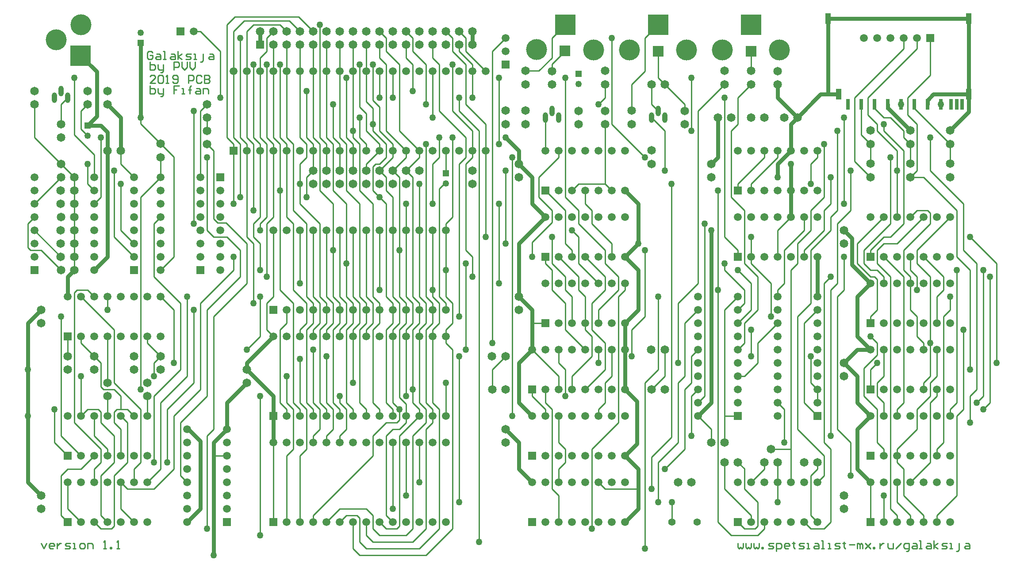
<source format=gtl>
G04 Layer_Physical_Order=1*
G04 Layer_Color=255*
%FSLAX44Y44*%
%MOMM*%
G71*
G01*
G75*
%ADD10R,1.0000X2.0000*%
%ADD11R,0.7500X2.0000*%
%ADD12C,0.2540*%
%ADD13C,0.7500*%
%ADD14C,1.5000*%
%ADD15R,1.5000X1.5000*%
%ADD16C,1.6500*%
%ADD17R,1.5000X1.5000*%
%ADD18C,1.2500*%
%ADD19R,1.2500X1.2500*%
%ADD20C,1.5000*%
%ADD21R,1.5000X1.5000*%
%ADD22C,4.0000*%
%ADD23R,2.0000X2.0000*%
%ADD24R,4.0000X4.0000*%
%ADD25R,1.5000X1.5000*%
%ADD26C,1.4000*%
%ADD27R,1.6500X1.6500*%
%ADD28O,1.0000X2.0000*%
%ADD29O,1.0000X2.0000*%
%ADD30C,1.2700*%
D10*
X1849280Y1344930D02*
D03*
X2118520D02*
D03*
Y1200150D02*
D03*
X1869600D02*
D03*
D11*
X1938020Y1181100D02*
D03*
X1887126D02*
D03*
X1912780D02*
D03*
X1963420D02*
D03*
X1988820D02*
D03*
X2014220D02*
D03*
X2039620D02*
D03*
X2065020D02*
D03*
X2085180D02*
D03*
X2095500D02*
D03*
X2105660D02*
D03*
D12*
X406654Y990600D02*
Y1041400D01*
Y965200D02*
Y990600D01*
Y863600D02*
Y965200D01*
X1104900Y1018700D02*
X1117600Y1031400D01*
X533400Y1143254D02*
Y1155700D01*
Y1143254D02*
X571500Y1105154D01*
X713740Y1348740D02*
X835660D01*
X698500Y1333500D02*
X713740Y1348740D01*
X698500Y1117600D02*
Y1333500D01*
X731520Y1341120D02*
X817880D01*
X711200Y1320800D02*
X731520Y1341120D01*
X711200Y1244600D02*
Y1320800D01*
X635000D02*
X647700D01*
X685800Y1282700D01*
Y1193800D02*
Y1282700D01*
X2019300Y1054100D02*
Y1143000D01*
X2001520Y1160780D02*
X2019300Y1143000D01*
X2001520Y1160780D02*
Y1193800D01*
X1899920Y1071880D02*
X1930400Y1041400D01*
X1993900Y1287780D02*
Y1308100D01*
X1899920Y1193800D02*
X1993900Y1287780D01*
X1899920Y1071880D02*
Y1193800D01*
X1925320D02*
X2019300Y1287780D01*
Y1308100D01*
X2001520Y1193800D02*
X2044700Y1236980D01*
Y1308100D01*
X1993900Y1117600D02*
Y1130300D01*
X1968500Y1155700D02*
X1993900Y1130300D01*
X1955800Y1155700D02*
X1968500D01*
X1955800Y1130300D02*
Y1143000D01*
Y1130300D02*
X1993900Y1092200D01*
X1925320Y1160780D02*
X1943100Y1143000D01*
X1981200Y1054100D02*
Y1092200D01*
X1943100Y1130300D02*
Y1143000D01*
Y1130300D02*
X1981200Y1092200D01*
X1925320Y1160780D02*
Y1193800D01*
X1993900Y952500D02*
Y1092200D01*
X1651000Y584200D02*
Y787400D01*
Y533400D02*
Y584200D01*
X2006600Y1041400D02*
X2019300Y1054100D01*
X1938020Y1173480D02*
X1955800Y1155700D01*
X1993900Y1117600D02*
X2006600Y1104900D01*
Y1041400D02*
X2032000D01*
X2095500Y977900D01*
X2014220Y1173480D02*
Y1181100D01*
Y1173480D02*
X2082800Y1104900D01*
X330200Y990600D02*
X381000Y1041400D01*
X317500Y952500D02*
X330200Y965200D01*
X317500Y906780D02*
Y952500D01*
Y906780D02*
X322580Y901700D01*
X342900D01*
X381000Y863600D01*
X1524000Y673100D02*
Y812800D01*
X1498600Y647700D02*
X1524000Y673100D01*
X1498600Y330200D02*
Y647700D01*
X1536700Y660400D02*
Y711200D01*
X1511300Y635000D02*
X1536700Y660400D01*
X1714500Y787400D02*
Y850900D01*
X1689100Y876300D02*
Y977900D01*
Y876300D02*
X1714500Y850900D01*
X1701800Y787400D02*
Y838200D01*
X1676400Y863600D02*
X1701800Y838200D01*
X1689100Y800100D02*
Y825500D01*
X1651000Y863600D02*
X1689100Y825500D01*
X1651000Y863600D02*
Y876300D01*
X1689100Y762000D02*
X1714500Y787400D01*
X1701800Y876300D02*
X1739900Y838200D01*
Y774700D02*
Y838200D01*
X1879600Y825500D02*
Y889000D01*
X1866900Y812800D02*
X1879600Y825500D01*
X1866900Y558800D02*
Y812800D01*
Y558800D02*
X1892300Y533400D01*
Y469900D02*
Y533400D01*
X1866900Y838200D02*
Y952500D01*
X1854200Y546100D02*
Y825500D01*
X1866900Y838200D01*
X1854200Y381000D02*
Y520700D01*
X1841500Y838200D02*
X1854200Y850900D01*
X1841500Y533400D02*
Y838200D01*
Y533400D02*
X1854200Y520700D01*
X1841500Y469900D02*
Y508000D01*
X1854200Y939800D02*
Y965200D01*
X1790700Y558800D02*
X1841500Y508000D01*
X1790700Y558800D02*
Y774700D01*
X1816100Y393700D02*
Y469900D01*
X1790700Y774700D02*
X1816100Y800100D01*
Y901700D01*
X1854200Y939800D01*
X1803400Y762000D02*
X1828800Y787400D01*
X1803400Y609600D02*
Y762000D01*
Y609600D02*
X1828800Y584200D01*
X1803400Y901700D02*
X1841500Y939800D01*
Y977900D01*
X1854200Y990600D01*
Y1041400D01*
X1841500Y1003300D02*
Y1104900D01*
X1816100Y977900D02*
X1841500Y1003300D01*
X1816100Y939800D02*
Y977900D01*
X1790700Y914400D02*
X1816100Y939800D01*
X1790700Y876300D02*
Y914400D01*
X1778000Y863600D02*
X1790700Y876300D01*
X2095500Y889000D02*
X2120900Y863600D01*
X2108200Y901700D02*
X2133600Y876300D01*
Y635000D02*
Y876300D01*
X2146300Y622300D02*
Y863600D01*
X2159000Y609600D02*
Y850900D01*
X2171700Y685800D02*
Y876300D01*
X2019300Y736600D02*
Y774700D01*
X2032000Y711200D02*
Y723900D01*
X2019300Y736600D02*
X2032000Y723900D01*
X1968500Y406400D02*
Y850900D01*
X2006600Y787400D02*
X2019300Y774700D01*
X2070100Y825500D02*
Y850900D01*
X2057400Y812800D02*
X2070100Y825500D01*
X2057400Y762000D02*
Y812800D01*
X2044700Y723900D02*
Y850900D01*
X2019300Y876300D02*
X2044700Y850900D01*
Y660400D02*
Y723900D01*
X2032000Y647700D02*
X2044700Y660400D01*
X2006600Y787400D02*
Y838200D01*
X1993900Y609600D02*
Y850900D01*
X1765300Y533400D02*
Y596900D01*
X1752600Y609600D02*
X1765300Y596900D01*
X1803400Y381000D02*
X1816100Y368300D01*
X1841500D01*
X1854200Y381000D01*
X2120900Y622300D02*
X2133600Y635000D01*
X2120900Y571500D02*
Y622300D01*
X2133600Y609600D02*
X2146300Y622300D01*
Y596900D02*
X2159000Y609600D01*
X2108200Y596900D02*
Y749300D01*
X2057400Y393700D02*
X2095500Y431800D01*
Y584200D02*
X2108200Y596900D01*
X2095500Y431800D02*
Y584200D01*
X1943100Y787400D02*
Y845820D01*
X1930400Y762000D02*
Y774700D01*
X1943100Y787400D01*
X2044700Y495300D02*
Y609600D01*
X2006600Y457200D02*
X2044700Y495300D01*
X2082800Y787400D02*
Y812800D01*
X2070100Y774700D02*
X2082800Y787400D01*
X2019300Y825500D02*
Y850900D01*
X2095500Y609600D02*
Y863600D01*
X2070100Y533400D02*
Y774700D01*
X2057400Y520700D02*
X2070100Y533400D01*
X2057400Y508000D02*
Y520700D01*
X1943100Y701040D02*
Y723900D01*
X1917700Y675640D02*
X1943100Y701040D01*
X1917700Y622300D02*
Y675640D01*
X1930400Y673100D02*
X1943100Y685800D01*
X2032000Y635000D02*
Y647700D01*
X1930400Y736600D02*
X1943100Y723900D01*
X1917700Y622300D02*
X1943100Y596900D01*
Y533400D02*
Y596900D01*
Y622300D02*
X1955800Y609600D01*
X1943100Y622300D02*
Y647700D01*
Y533400D02*
X1955800Y520700D01*
Y508000D02*
Y520700D01*
X1816100Y647700D02*
Y698500D01*
X2120900Y673100D02*
Y863600D01*
X1244600Y584200D02*
Y1079500D01*
X1231900Y914400D02*
Y1054100D01*
X990600Y1003300D02*
X1003300Y990600D01*
X800100Y825500D02*
Y1016000D01*
Y1104900D01*
X787400Y1117600D02*
X800100Y1104900D01*
X1143000Y1066800D02*
X1155700Y1079500D01*
X1143000Y774700D02*
Y1066800D01*
X800100Y825500D02*
X825500Y800100D01*
X774700Y850900D02*
Y952500D01*
X787400Y965200D01*
Y812800D02*
Y939800D01*
X774700Y800100D02*
X787400Y812800D01*
X774700Y749300D02*
Y800100D01*
X762000Y736600D02*
Y812800D01*
X736600Y711200D02*
X762000Y736600D01*
X533400Y1003300D02*
X571500Y1041400D01*
X533400Y635000D02*
Y1003300D01*
X495300Y596900D02*
X508000D01*
X487680D02*
X495300D01*
Y622300D01*
X508000Y596900D02*
X520700Y584200D01*
X817880Y1341120D02*
X838200Y1320800D01*
X990600Y1092200D02*
Y1104900D01*
X965200Y1130300D02*
X990600Y1104900D01*
X965200Y1130300D02*
Y1163320D01*
X977900Y1188720D02*
X990600Y1176020D01*
X977900Y1143000D02*
Y1173480D01*
X952500Y1176020D02*
X965200Y1163320D01*
X952500Y1176020D02*
Y1257300D01*
X965200Y1186180D02*
X977900Y1173480D01*
X965200Y1092200D02*
Y1104900D01*
X952500Y1117600D02*
X965200Y1104900D01*
X952500Y1117600D02*
Y1155700D01*
X939800Y1117600D02*
X952500Y1104900D01*
X939800Y1117600D02*
Y1130300D01*
Y1244600D01*
X1320800Y1257554D02*
X1346200Y1282954D01*
X1320800Y1244600D02*
Y1257554D01*
X1206500Y723900D02*
Y1282700D01*
X1168400Y850900D02*
Y889000D01*
X1155700Y901700D02*
X1168400Y889000D01*
X1155700Y711200D02*
Y876300D01*
X1663700Y1003300D02*
X1689100Y977900D01*
X431800Y1028700D02*
Y1066800D01*
X495300Y939800D02*
Y1028700D01*
Y939800D02*
X520700Y914400D01*
X558800Y850900D02*
X609600Y800100D01*
Y673100D02*
Y800100D01*
X558800Y622300D02*
X609600Y673100D01*
X558800Y495300D02*
Y622300D01*
X571500Y609600D02*
X622300Y660400D01*
X571500Y482600D02*
Y609600D01*
X584200Y596900D02*
X635000Y647700D01*
X584200Y495300D02*
Y596900D01*
X596900Y482600D02*
Y584200D01*
X609600Y469900D02*
Y571500D01*
X596900Y685800D02*
Y787400D01*
X571500Y812800D02*
X596900Y787400D01*
X952500Y317500D02*
X1079500D01*
X939800Y330200D02*
X952500Y317500D01*
X939800Y330200D02*
Y381000D01*
X965200Y330200D02*
X1066800D01*
X952500Y342900D02*
X965200Y330200D01*
X952500Y342900D02*
Y388620D01*
X977900Y342900D02*
X1054100D01*
X965200Y355600D02*
X977900Y342900D01*
X965200Y355600D02*
Y381000D01*
X1054100Y342900D02*
X1079500Y368300D01*
X1066800Y330200D02*
X1104900Y368300D01*
X1079500Y317500D02*
X1130300Y368300D01*
X1041400Y355600D02*
X1054100Y368300D01*
X990600Y355600D02*
X1041400D01*
X977900Y368300D02*
X990600Y355600D01*
X1397000Y520700D02*
X1447800Y571500D01*
X1397000Y368300D02*
Y520700D01*
X965200Y1186180D02*
Y1244600D01*
X977900Y1188720D02*
Y1257300D01*
X1143000Y419100D02*
Y698500D01*
X1282700Y889000D02*
Y916940D01*
X1320800Y955040D02*
Y977900D01*
X1282700Y916940D02*
X1320800Y955040D01*
Y876300D02*
Y927100D01*
X1498600Y774700D02*
Y901700D01*
X1701800Y889000D02*
Y927100D01*
X1663700Y1003300D02*
Y1130300D01*
X1816100Y647700D02*
X1828800Y635000D01*
X1803400Y939800D02*
Y965200D01*
X1765300Y901700D02*
X1803400Y939800D01*
X1765300Y838200D02*
Y901700D01*
X1752600Y825500D02*
X1765300Y838200D01*
X1752600Y812800D02*
Y825500D01*
Y939800D02*
X1778000Y965200D01*
X1752600Y889000D02*
Y939800D01*
X1384300Y635000D02*
X1422400Y673100D01*
Y723900D01*
X1447800Y571500D02*
Y812800D01*
X1346200Y495300D02*
Y520700D01*
X1435100Y889000D02*
Y914400D01*
X1397000Y952500D02*
X1435100Y914400D01*
X1397000Y952500D02*
Y977900D01*
X1460500Y825500D02*
Y838200D01*
X1447800Y812800D02*
X1460500Y825500D01*
X1447800D02*
Y850900D01*
X1409700Y787400D02*
X1447800Y825500D01*
X1409700Y762000D02*
Y787400D01*
X1346200Y749300D02*
Y800100D01*
X1320800Y825500D02*
X1346200Y800100D01*
X1320800Y825500D02*
Y863600D01*
X1346200Y749300D02*
X1384300Y711200D01*
X1358900Y762000D02*
Y812800D01*
X1346200Y825500D02*
X1358900Y812800D01*
X1346200Y825500D02*
Y850900D01*
X1384300Y762000D02*
Y812800D01*
X1371600Y825500D02*
X1384300Y812800D01*
X1371600Y825500D02*
Y850900D01*
X1422400Y825500D02*
Y850900D01*
X1397000Y800100D02*
X1422400Y825500D01*
X1397000Y749300D02*
Y800100D01*
X1612900Y622300D02*
Y952500D01*
X1384300Y990600D02*
Y1016000D01*
Y990600D02*
X1397000Y977900D01*
X1422400Y876300D02*
Y901700D01*
X1371600Y952500D02*
X1422400Y901700D01*
X1371600Y952500D02*
Y977900D01*
X1358900Y939800D02*
X1371600Y927100D01*
X1346200Y1003300D02*
X1371600Y977900D01*
X1308100Y1016000D02*
X1346200Y977900D01*
Y914400D02*
Y977900D01*
Y914400D02*
X1358900Y901700D01*
X1371600Y876300D02*
X1409700Y838200D01*
X1371600Y876300D02*
Y927100D01*
X1333500Y889000D02*
X1371600Y850900D01*
X1320800Y876300D02*
X1346200Y850900D01*
X1308100Y876300D02*
X1320800Y863600D01*
X1701800Y876300D02*
Y889000D01*
X1638300Y381000D02*
Y825500D01*
X1155700Y901700D02*
Y1066800D01*
X1219200Y1104900D02*
Y1231900D01*
X1206500Y1282700D02*
X1231900Y1308100D01*
X1130300Y368300D02*
Y711200D01*
X1155700Y1066800D02*
X1168400Y1079500D01*
X1092200Y1270000D02*
X1104900Y1257300D01*
X1092200Y1270000D02*
Y1295400D01*
X1054100Y1282700D02*
X1079500Y1257300D01*
X1054100Y1282700D02*
Y1308100D01*
X1003300Y1282700D02*
X1028700Y1257300D01*
X990600Y1270000D02*
X1003300Y1257300D01*
X990600Y1270000D02*
Y1295400D01*
X1041400Y1270000D02*
X1054100Y1257300D01*
X1041400Y1270000D02*
Y1295400D01*
X876300Y1117600D02*
Y1333500D01*
X1117600Y584200D02*
Y647700D01*
X774700Y1282700D02*
Y1308100D01*
X762000Y1270000D02*
X774700Y1282700D01*
X762000Y1244600D02*
Y1270000D01*
X1701800Y1016000D02*
Y1028700D01*
X1752600Y1079500D01*
X1866900Y977900D02*
Y1130300D01*
X1587500D02*
Y1231900D01*
X1117600Y723900D02*
X1130300Y711200D01*
X1028700Y812800D02*
Y901700D01*
X1193800Y927100D02*
Y1092200D01*
X965200Y1066800D02*
X990600Y1092200D01*
X1282700Y762000D02*
X1308100D01*
X1384300Y749300D02*
Y762000D01*
X1498600Y1244600D02*
Y1307592D01*
X1473200Y1219200D02*
X1498600Y1244600D01*
X1473200Y1168654D02*
Y1219200D01*
X1320800Y444500D02*
Y596900D01*
X1308100Y609600D02*
Y635000D01*
Y609600D02*
X1320800Y596900D01*
X1422400Y609600D02*
Y647700D01*
X1409700Y584200D02*
Y596900D01*
X1422400Y609600D01*
X977900Y508000D02*
Y546100D01*
X863600Y393700D02*
X977900Y508000D01*
X863600Y381000D02*
Y393700D01*
X914400Y533400D02*
Y546100D01*
X927100Y558800D01*
X901700D02*
Y596900D01*
X889000Y533400D02*
Y546100D01*
X901700Y558800D01*
X876300D02*
Y596900D01*
X863600Y533400D02*
Y546100D01*
X876300Y558800D01*
X825500Y520700D02*
Y596900D01*
X812800Y508000D02*
X825500Y520700D01*
X812800Y381000D02*
Y508000D01*
X850900Y520700D02*
Y596900D01*
X838200Y508000D02*
X850900Y520700D01*
X838200Y381000D02*
Y508000D01*
X1346200Y622300D02*
Y673100D01*
X1333500Y685800D02*
X1346200Y673100D01*
X1333500Y685800D02*
Y711200D01*
X1282700Y622300D02*
Y635000D01*
Y622300D02*
X1308100Y596900D01*
Y584200D02*
Y596900D01*
X1397000Y698500D02*
Y736600D01*
X1358900Y660400D02*
X1397000Y698500D01*
X1358900Y635000D02*
Y660400D01*
X1333500Y533400D02*
X1346200Y520700D01*
X1333500Y533400D02*
Y584200D01*
Y482600D02*
X1346200Y495300D01*
X1333500Y457200D02*
Y482600D01*
X1320800Y444500D02*
X1333500Y431800D01*
Y381000D02*
Y431800D01*
X1714500Y373380D02*
Y419100D01*
X1689100Y444500D02*
X1714500Y419100D01*
X1828800Y1079500D02*
Y1092200D01*
X1816100Y1066800D02*
X1828800Y1079500D01*
X1816100Y1028700D02*
Y1066800D01*
X2082800Y596900D02*
X2095500Y609600D01*
X2082800Y584200D02*
Y596900D01*
X1955800Y584200D02*
Y609600D01*
X1981200Y495300D02*
X1993900Y482600D01*
X1981200Y495300D02*
Y508000D01*
X774700Y749300D02*
X787400Y736600D01*
X838200Y609600D02*
Y693420D01*
X1930400Y635000D02*
Y673100D01*
X1550400Y381000D02*
Y419100D01*
X546100Y723900D02*
X571500Y698500D01*
X546100Y723900D02*
Y736600D01*
X1104900Y812800D02*
Y1018700D01*
X1092200Y1066800D02*
X1104900Y1079500D01*
X1092200Y990600D02*
Y1066800D01*
X749300Y977900D02*
Y1104900D01*
X736600Y1117600D02*
X749300Y1104900D01*
X723900Y1003300D02*
Y1104900D01*
X711200Y1117600D02*
X723900Y1104900D01*
X1282700Y711200D02*
X1333500Y660400D01*
Y635000D02*
Y660400D01*
X1041400Y939800D02*
Y990600D01*
X1536700Y1054100D02*
Y1130300D01*
X1422400Y1028700D02*
Y1142746D01*
Y1028700D02*
X1435100Y1016000D01*
X1371600Y1028700D02*
X1422400D01*
X1358900Y1016000D02*
X1371600Y1028700D01*
X558800Y952500D02*
X571500Y965200D01*
X558800Y850900D02*
Y952500D01*
X990600Y1193800D02*
Y1244600D01*
X1498600Y1307592D02*
X1524254Y1333246D01*
X431800Y1140300D02*
X431960Y1140460D01*
X419100Y1133000D02*
X431800Y1120300D01*
X419100Y1133000D02*
Y1168146D01*
X431800Y1180846D01*
X330200Y1117600D02*
X381000Y1066800D01*
X1435100Y1143000D02*
Y1308100D01*
X1092200Y1155700D02*
Y1244600D01*
X381000Y1143000D02*
Y1181100D01*
X850900Y1117600D02*
Y1206500D01*
X800100Y1117600D02*
Y1257300D01*
X774700Y1117600D02*
Y1257300D01*
X927100Y876300D02*
Y990600D01*
Y812800D02*
Y876300D01*
X901700Y901700D02*
Y990600D01*
Y812800D02*
Y901700D01*
X762000Y939800D02*
Y952500D01*
X571500Y1105154D02*
X596900Y1079754D01*
Y889000D02*
Y1079754D01*
X571500Y863600D02*
X596900Y889000D01*
X571500Y1041400D02*
Y1079500D01*
X330200Y939546D02*
Y939800D01*
Y939546D02*
X380746Y889000D01*
X482600Y927100D02*
Y1054100D01*
Y927100D02*
X520700Y889000D01*
X495300Y1066800D02*
X520700Y1041400D01*
X495300Y1066800D02*
Y1092200D01*
X381254Y1066800D02*
X406654Y1041400D01*
X1587500Y622300D02*
X1600200Y635000D01*
X1587500Y546100D02*
Y622300D01*
X863600Y609600D02*
Y711200D01*
X1092200Y812800D02*
Y825500D01*
X1016000Y584200D02*
Y596900D01*
X1003300Y609600D02*
X1016000Y596900D01*
X1003300Y609600D02*
Y749300D01*
X1028700Y619760D02*
X1041400Y607060D01*
X1028700Y619760D02*
Y749300D01*
X914400Y609600D02*
Y622300D01*
X1016000Y609600D02*
X1028700Y596900D01*
Y576580D02*
Y596900D01*
X1023620Y571500D02*
X1028700Y576580D01*
Y558800D02*
X1041400Y571500D01*
X1828800Y609600D02*
Y635000D01*
X1651000Y584200D02*
X1676400D01*
X1651000Y787400D02*
X1676400Y812800D01*
X1638300Y381000D02*
X1663700Y355600D01*
X1714500D01*
X1727200Y368300D01*
Y381000D01*
X1625600Y533400D02*
Y558800D01*
X1600200Y584200D02*
X1625600Y558800D01*
X1709420Y368300D02*
X1714500Y373380D01*
X1689100Y368300D02*
X1709420D01*
X1676400Y381000D02*
X1689100Y368300D01*
X660400Y1130300D02*
Y1155700D01*
X1752600Y419100D02*
Y457200D01*
X1727200Y482600D02*
Y495300D01*
X1701800Y457200D02*
X1727200Y482600D01*
X1574800Y1168400D02*
Y1181100D01*
X825500Y825500D02*
Y952500D01*
X800100Y609600D02*
Y749300D01*
X1028700Y546100D02*
X1066800Y584200D01*
X1028700Y373380D02*
Y546100D01*
X914400Y609600D02*
X927100Y596900D01*
Y558800D02*
Y596900D01*
X469900Y787400D02*
Y812800D01*
X812800Y609600D02*
Y660400D01*
X889000Y609600D02*
Y698500D01*
X1054100Y635000D02*
Y749300D01*
Y609600D02*
Y635000D01*
X1130300Y762000D02*
Y800100D01*
X558800Y685800D02*
X571500Y698500D01*
X889000Y609600D02*
X901700Y596900D01*
X863600Y609600D02*
X876300Y596900D01*
X368300Y533400D02*
Y596900D01*
X812800Y609600D02*
X825500Y596900D01*
X838200Y609600D02*
X850900Y596900D01*
X1066800Y457200D02*
Y533400D01*
X1041400Y431800D02*
Y533400D01*
X368300D02*
X393700Y508000D01*
X381000Y546100D02*
Y774700D01*
Y546100D02*
X419100Y508000D01*
X825500Y609600D02*
Y800100D01*
X546100Y457200D02*
X571500Y482600D01*
X482600Y495300D02*
Y546100D01*
Y571500D02*
Y591820D01*
X487680Y596900D01*
X558800Y444500D02*
X596900Y482600D01*
X508000Y444500D02*
X558800D01*
X495300Y457200D02*
X508000Y444500D01*
X520700Y482600D02*
X533400Y495300D01*
X622300Y558800D02*
X624840D01*
X609600Y469900D02*
X622300Y457200D01*
X546100Y584200D02*
Y622300D01*
X469900Y584200D02*
Y622300D01*
X939800Y812800D02*
X952500Y800100D01*
Y762000D02*
Y800100D01*
X939800Y749300D02*
X952500Y762000D01*
X1104900D02*
Y800100D01*
X1092200Y812800D02*
X1104900Y800100D01*
X1079500Y762000D02*
Y800100D01*
X1066800Y812800D02*
X1079500Y800100D01*
X1066800Y787400D02*
Y800100D01*
X1054100Y812800D02*
X1066800Y800100D01*
X1054100Y762000D02*
Y800100D01*
X1041400Y812800D02*
X1054100Y800100D01*
X1028700Y812800D02*
X1041400Y800100D01*
X1028700Y762000D02*
Y800100D01*
X1016000Y812800D02*
X1028700Y800100D01*
X1016000Y787400D02*
Y800100D01*
X1003300Y812800D02*
X1016000Y800100D01*
X990600Y787400D02*
Y800100D01*
X977900Y812800D02*
X990600Y800100D01*
X977900Y812800D02*
Y990600D01*
Y762000D02*
Y800100D01*
X965200Y812800D02*
X977900Y800100D01*
X965200Y787400D02*
Y800100D01*
X952500Y812800D02*
X965200Y800100D01*
X952500Y812800D02*
Y990600D01*
X939800Y787400D02*
Y800100D01*
X927100Y812800D02*
X939800Y800100D01*
X927100Y762000D02*
Y800100D01*
X914400Y812800D02*
X927100Y800100D01*
X901700Y762000D02*
Y800100D01*
X889000Y812800D02*
X901700Y800100D01*
X914400Y787400D02*
Y800100D01*
X901700Y812800D02*
X914400Y800100D01*
X889000Y787400D02*
Y800100D01*
X876300Y812800D02*
X889000Y800100D01*
X850900Y812800D02*
X863600Y800100D01*
X876300Y762000D02*
Y800100D01*
X863600Y812800D02*
X876300Y800100D01*
X939800Y1092200D02*
Y1104900D01*
X901700Y1117600D02*
X914400Y1104900D01*
Y1092200D02*
Y1104900D01*
X889000Y1092200D02*
Y1104900D01*
X850900Y1117600D02*
X863600Y1104900D01*
Y1092200D02*
Y1104900D01*
X800100Y1117600D02*
X812800Y1104900D01*
Y1092200D02*
Y1104900D01*
X774700Y1117600D02*
X787400Y1104900D01*
Y1092200D02*
Y1104900D01*
X749300Y1117600D02*
X762000Y1104900D01*
Y1092200D02*
Y1104900D01*
X723900Y1117600D02*
X736600Y1104900D01*
Y1092200D02*
Y1104900D01*
X698500Y1117600D02*
X711200Y1104900D01*
Y1092200D02*
Y1104900D01*
X914400Y1117600D02*
X927100Y1104900D01*
X914400Y1117600D02*
Y1244600D01*
X889000Y1117600D02*
X901700Y1104900D01*
X889000Y1117600D02*
Y1244600D01*
X863600Y1117600D02*
X876300Y1104900D01*
X863600Y1117600D02*
Y1244600D01*
X838200Y1117600D02*
X850900Y1104900D01*
X838200Y1117600D02*
Y1244600D01*
X825500Y977900D02*
Y1104900D01*
X812800Y1117600D02*
X825500Y1104900D01*
X812800Y1117600D02*
Y1244600D01*
X787400Y1117600D02*
Y1244600D01*
X762000Y1117600D02*
X774700Y1104900D01*
X762000Y1117600D02*
Y1244600D01*
X711200Y1117600D02*
Y1244600D01*
X863600Y736600D02*
Y749300D01*
X876300Y762000D01*
X889000Y749300D02*
X901700Y762000D01*
X889000Y736600D02*
Y749300D01*
X914400Y736600D02*
Y749300D01*
X927100Y762000D01*
X965200Y749300D02*
X977900Y762000D01*
X965200Y736600D02*
Y749300D01*
X825500Y825500D02*
X850900Y800100D01*
Y762000D02*
Y800100D01*
X825500Y609600D02*
X838200Y596900D01*
Y749300D02*
X850900Y762000D01*
X838200Y736600D02*
Y749300D01*
X800100D02*
X812800Y762000D01*
X800100Y609600D02*
X812800Y596900D01*
Y584200D02*
Y596900D01*
X838200Y584200D02*
Y596900D01*
X863600Y584200D02*
Y596900D01*
X850900Y609600D02*
X863600Y596900D01*
X850900Y609600D02*
Y749300D01*
X863600Y762000D01*
X876300Y749300D02*
X889000Y762000D01*
X876300Y609600D02*
Y749300D01*
Y609600D02*
X889000Y596900D01*
Y584200D02*
Y596900D01*
X914400Y584200D02*
Y596900D01*
X901700Y609600D02*
X914400Y596900D01*
X901700Y609600D02*
Y749300D01*
X914400Y762000D01*
X927100Y749300D02*
X939800Y762000D01*
X927100Y609600D02*
Y749300D01*
Y609600D02*
X939800Y596900D01*
Y584200D02*
Y596900D01*
X952500Y609600D02*
Y749300D01*
Y609600D02*
X965200Y596900D01*
Y584200D02*
Y596900D01*
X977900Y609600D02*
Y749300D01*
Y609600D02*
X990600Y596900D01*
Y584200D02*
Y596900D01*
X1016000Y406400D02*
Y533400D01*
X914400Y381000D02*
X927100Y393700D01*
X947420D01*
X952500Y388620D01*
X977900Y368300D02*
Y393700D01*
X889000Y381000D02*
X914400Y406400D01*
X965200D02*
X977900Y393700D01*
X914400Y406400D02*
X965200D01*
X1104900Y368300D02*
Y596900D01*
X1079500Y368300D02*
Y558800D01*
X1092200Y571500D01*
X1079500D02*
Y596900D01*
X1054100Y368300D02*
Y546100D01*
X1079500Y571500D01*
X1023620Y368300D02*
X1028700Y373380D01*
X1003300Y368300D02*
X1023620D01*
X1092200Y609600D02*
X1104900Y596900D01*
X1079500Y609600D02*
Y749300D01*
Y609600D02*
X1092200Y596900D01*
X1066800Y609600D02*
X1079500Y596900D01*
X1066800Y584200D02*
Y596900D01*
X1054100Y609600D02*
X1066800Y596900D01*
X952500Y749300D02*
X965200Y762000D01*
X977900Y749300D02*
X990600Y762000D01*
X1003300Y749300D02*
X1016000Y762000D01*
Y1079500D02*
Y1092200D01*
X990600Y1054100D02*
X1016000Y1079500D01*
X1041400D02*
Y1092200D01*
X1016000Y1054100D02*
X1041400Y1079500D01*
X1066800D02*
Y1092200D01*
X1016000Y939800D02*
Y1003300D01*
Y749300D02*
X1028700Y762000D01*
X1117600Y749300D02*
X1130300Y762000D01*
X1092200Y749300D02*
X1104900Y762000D01*
X1066800Y749300D02*
X1079500Y762000D01*
Y749300D02*
X1092200Y762000D01*
X1041400Y749300D02*
X1054100Y762000D01*
X1028700Y749300D02*
X1041400Y762000D01*
X1054100Y749300D02*
X1066800Y762000D01*
X863600Y1054100D02*
Y1092200D01*
X889000Y1054100D02*
Y1092200D01*
X914400Y1054100D02*
Y1092200D01*
X939800Y1054100D02*
Y1092200D01*
X990600Y381000D02*
X1003300Y368300D01*
X977900Y1061720D02*
X982980Y1066800D01*
X990600D01*
X1003300Y1079500D01*
X850900Y812800D02*
Y952500D01*
X876300Y812800D02*
Y952500D01*
X965200Y1054100D02*
Y1066800D01*
X812800Y965200D02*
Y1092200D01*
Y965200D02*
X825500Y952500D01*
Y977900D02*
X850900Y952500D01*
Y1079500D02*
Y1104900D01*
X1016000Y1054100D02*
X1028700Y1041400D01*
X990600Y1054100D02*
X1003300Y1041400D01*
X1117600Y1051400D02*
Y1092200D01*
X495300Y406400D02*
X520700Y381000D01*
X495300Y406400D02*
Y457200D01*
X381000Y393700D02*
X393700Y381000D01*
X381000Y393700D02*
Y469900D01*
X393700Y482600D01*
X419100D01*
X444500Y508000D01*
X393700Y406400D02*
Y457200D01*
Y406400D02*
X419100Y381000D01*
X444500D02*
X457200Y368300D01*
X477520D01*
X482600Y373380D01*
X457200Y393700D02*
X469900Y381000D01*
X520700Y457200D02*
Y482600D01*
X419100Y723900D02*
X444500Y698500D01*
X419100Y723900D02*
Y736600D01*
X469900Y647700D02*
Y736600D01*
X482600Y373380D02*
Y469900D01*
X495300Y584200D02*
X508000Y571500D01*
X482600Y469900D02*
X508000Y495300D01*
Y571500D01*
X457200Y469900D02*
X482600Y495300D01*
X457200Y393700D02*
Y469900D01*
X444500Y457200D02*
Y482600D01*
X457200Y495300D01*
Y520700D01*
X406400Y571500D02*
X457200Y520700D01*
X411480Y825500D02*
X431800D01*
X444500Y812800D01*
X419100Y584200D02*
X431800Y596900D01*
X452120D01*
X457200Y591820D01*
Y571500D02*
Y591820D01*
Y571500D02*
X482600Y546100D01*
X393700Y698500D02*
Y736600D01*
X495300Y508000D02*
Y558800D01*
X482600Y571500D02*
X495300Y558800D01*
X330200Y1117600D02*
Y1180846D01*
X990600Y1320800D02*
X1003300Y1308100D01*
X901700Y1117600D02*
Y1181100D01*
X876300Y1117600D02*
X889000Y1104900D01*
X1041400Y1320800D02*
X1054100Y1308100D01*
X965200Y1244600D02*
Y1295400D01*
X939800Y1244600D02*
Y1295400D01*
X914400Y1244600D02*
Y1295400D01*
X889000Y1244600D02*
Y1295400D01*
X863600Y1244600D02*
Y1295400D01*
X838200Y1244600D02*
Y1295400D01*
X812800Y1244600D02*
Y1295400D01*
X787400Y1244600D02*
Y1295400D01*
X774700Y1308100D02*
X787400Y1320800D01*
X800100Y1333500D02*
X812800Y1320800D01*
X749300Y1333500D02*
X800100D01*
X736600Y1320800D02*
X749300Y1333500D01*
X736600Y1244600D02*
Y1320800D01*
X723900Y1117600D02*
Y1308100D01*
X927100Y1117600D02*
X939800Y1104900D01*
X927100Y1117600D02*
Y1231900D01*
X749300Y1117600D02*
Y1257300D01*
X1155700Y1282700D02*
Y1308100D01*
X1143000Y1320800D02*
X1155700Y1308100D01*
X1168400Y1244600D02*
Y1257300D01*
X1143000Y1282700D02*
X1168400Y1257300D01*
X1143000Y1282700D02*
Y1295400D01*
X1155700Y1282700D02*
X1193800Y1244600D01*
X1130300Y1282700D02*
X1155700Y1257300D01*
X1130300Y1282700D02*
Y1308100D01*
X1117600Y1320800D02*
X1130300Y1308100D01*
X1536700Y1219200D02*
X1574800Y1181100D01*
X1524000Y1231900D02*
X1536700Y1219200D01*
X1524000Y1231900D02*
Y1282700D01*
X1511300Y1181100D02*
Y1219200D01*
X1912780Y1122520D02*
Y1181100D01*
Y1122520D02*
X1930400Y1104900D01*
Y1067054D02*
Y1104900D01*
X2006600Y1067054D02*
Y1104900D01*
X1938020Y1173480D02*
Y1181100D01*
X2082800Y1067054D02*
Y1104900D01*
X2039620Y1173734D02*
Y1181100D01*
X736600Y1117600D02*
Y1244600D01*
X774700Y965200D02*
Y1104900D01*
X749300Y952500D02*
X762000Y965200D01*
Y1092200D01*
Y952500D02*
X774700Y965200D01*
X787400D02*
Y1092200D01*
X444500Y546100D02*
Y584200D01*
Y546100D02*
X469900Y520700D01*
Y508000D02*
Y520700D01*
X1003300Y393700D02*
X1016000Y381000D01*
X1003300Y546100D02*
X1016000Y558800D01*
X1028700D01*
X1003300Y393700D02*
Y546100D01*
X977900D02*
X1003300Y571500D01*
X1023620D01*
X1117600Y812800D02*
X1130300Y800100D01*
X1003300Y812800D02*
Y990600D01*
X1422400Y647700D02*
X1435100Y660400D01*
Y711200D01*
X1409700Y685927D02*
Y711200D01*
X1384300Y749300D02*
X1397000Y736600D01*
X1117600Y812800D02*
Y863600D01*
X1308100Y876300D02*
Y889000D01*
X1701800Y698500D02*
Y749300D01*
X1676400Y762000D02*
X1701800Y787400D01*
X1397000Y749300D02*
X1422400Y723900D01*
X1384300Y889000D02*
X1422400Y850900D01*
Y876300D02*
X1447800Y850900D01*
X1409700Y457200D02*
X1422400Y444500D01*
X1485900D01*
X889000Y762000D02*
Y787400D01*
X863600D02*
Y800100D01*
Y762000D02*
Y787400D01*
X939800Y812800D02*
Y939800D01*
X1041400Y812800D02*
Y939800D01*
X1016000Y812800D02*
Y939800D01*
Y762000D02*
Y787400D01*
X1041400D02*
Y800100D01*
Y762000D02*
Y787400D01*
X863600Y812800D02*
Y939800D01*
X990600Y762000D02*
Y787400D01*
X1066800Y762000D02*
Y787400D01*
X889000Y812800D02*
Y939800D01*
X990600Y825500D02*
Y939800D01*
X965200Y762000D02*
Y787400D01*
X1092200D02*
Y800100D01*
Y762000D02*
Y787400D01*
X965200Y812800D02*
Y939800D01*
X939800Y762000D02*
Y787400D01*
X838200Y838200D02*
Y939800D01*
X914400Y812800D02*
Y939800D01*
X1117600Y863600D02*
Y939800D01*
X812800Y762000D02*
Y787400D01*
X914400Y762000D02*
Y787400D01*
X1219200Y838200D02*
Y990600D01*
X1358900Y889000D02*
Y901700D01*
X1117600Y939800D02*
Y952500D01*
X1104900Y812800D02*
X1117600Y800100D01*
Y787400D02*
Y800100D01*
X1092200Y825500D02*
Y939800D01*
X1041400Y1054100D02*
X1066800Y1079500D01*
X1041400Y1054100D02*
X1054100Y1041400D01*
X1066800Y812800D02*
Y939800D01*
X1676400Y787400D02*
X1689100Y800100D01*
X1295400Y1003300D02*
X1320800Y977900D01*
X1422400Y1193800D02*
Y1219200D01*
X1409700Y1181100D02*
X1422400Y1193800D01*
X444500Y698500D02*
X457200Y685800D01*
Y640080D02*
Y685800D01*
Y640080D02*
X462280Y635000D01*
X482600D01*
X419100Y584200D02*
Y660400D01*
X558800D02*
Y685800D01*
X1295400Y1003300D02*
Y1041400D01*
X1333500Y1079500D01*
Y1092200D01*
X1346200Y1003300D02*
Y1231900D01*
X1701800Y1244600D02*
Y1244854D01*
Y1282700D01*
X1676400Y711200D02*
X1689100Y723900D01*
Y762000D01*
X1714500Y723900D02*
X1752600Y762000D01*
X1676400Y660400D02*
X1689100D01*
X1714500Y685800D01*
Y723900D01*
X1587500Y647700D02*
Y698500D01*
X1574800Y635000D02*
X1587500Y647700D01*
Y698500D02*
X1600200Y711200D01*
X1562100Y647700D02*
X1574800Y660400D01*
X1816100Y393700D02*
X1828800Y381000D01*
X1816100Y469900D02*
X1828800Y482600D01*
Y495300D01*
X406400Y571500D02*
Y820420D01*
X411480Y825500D01*
X533400Y495300D02*
Y596900D01*
X762000Y355600D02*
Y622300D01*
X1536700Y482600D02*
X1574800Y520700D01*
Y635000D01*
X1524000Y419100D02*
Y495300D01*
X1562100Y533400D01*
Y647700D01*
X1511300Y444500D02*
Y505460D01*
X1549400Y543560D01*
Y1028700D01*
X1473200Y698500D02*
Y749300D01*
X1498600Y774700D01*
X1574800Y660400D02*
Y762000D01*
X1600200Y787400D01*
X1930400Y381000D02*
Y457200D01*
X1879600Y990600D02*
Y1155700D01*
X1981200Y508000D02*
Y520700D01*
X2019300Y558800D01*
X2044700Y609600D02*
X2057400Y622300D01*
Y635000D01*
X2019300Y558800D02*
Y596900D01*
X2044700Y622300D01*
X1981200Y584200D02*
Y596900D01*
X1955800Y889000D02*
X1993900Y850900D01*
X2044700Y622300D02*
Y647700D01*
X2057400Y660400D01*
Y711200D01*
X1981200Y596900D02*
X1993900Y609600D01*
X1943100Y647700D02*
X1955800Y660400D01*
Y711200D01*
X1803400Y889000D02*
Y901700D01*
X1854200Y965200D02*
X1866900Y977900D01*
X2006600Y863600D02*
Y889000D01*
Y863600D02*
X2019300Y850900D01*
Y876300D02*
Y901700D01*
X2082800Y965200D01*
X2032000Y889000D02*
X2070100Y850900D01*
X1993900Y863600D02*
X2006600Y850900D01*
Y838200D02*
Y850900D01*
X1943100Y876300D02*
Y901700D01*
Y876300D02*
X1968500Y850900D01*
X1866900Y952500D02*
X1892300Y977900D01*
X1905000Y914400D02*
X1955800Y965200D01*
X1905000Y876300D02*
Y914400D01*
X1955800Y838200D02*
Y850900D01*
X1917700Y876300D02*
Y901700D01*
X1993900Y863600D02*
Y901700D01*
X1917700D02*
X1968500Y952500D01*
Y1079500D01*
X1993900Y901700D02*
X2044700Y952500D01*
Y972820D01*
X2039620Y977900D02*
X2044700Y972820D01*
X2019300Y977900D02*
X2039620D01*
X2006600Y965200D02*
X2019300Y977900D01*
X1955800Y914400D02*
X1981200D01*
X2032000Y965200D01*
X1943100Y901700D02*
X1955800Y914400D01*
X1930400Y889000D02*
Y901700D01*
X1955800Y927100D01*
X1968500D01*
X1993900Y952500D01*
X1892300Y977900D02*
Y1054100D01*
X1905000Y876300D02*
X1930400Y850900D01*
X1938020D02*
X1943100Y845820D01*
X1930400Y850900D02*
X1938020D01*
X1917700Y876300D02*
X1930400Y863600D01*
X1943100D01*
X1955800Y850900D01*
X787400Y381000D02*
Y533400D01*
X1117600Y952500D02*
X1130300Y965200D01*
X1600200Y609600D02*
X1612900Y622300D01*
X1435100Y1143000D02*
X1498600Y1079500D01*
X1752600D02*
Y1092200D01*
X1676400Y889000D02*
Y901700D01*
X1651000Y927100D02*
Y1193800D01*
Y927100D02*
X1676400Y901700D01*
Y1016000D02*
Y1028700D01*
X1727200Y1079500D01*
Y1092200D01*
X1600200Y838200D02*
Y1168400D01*
X1651000Y1219200D01*
X1828800Y457200D02*
X1841500Y469900D01*
X444500Y1041400D02*
Y1084580D01*
X406400Y1122680D02*
Y1231900D01*
Y1122680D02*
X444500Y1084580D01*
X1206500Y635000D02*
Y673100D01*
X1231900Y698500D01*
X419100Y812800D02*
X482600Y749300D01*
Y647700D02*
X533400Y596900D01*
X482600Y647700D02*
Y749300D01*
X1270000Y1244854D02*
X1295654D01*
X1320800Y1270000D01*
Y1308100D01*
X1346200Y1333500D01*
X1981200Y965200D02*
Y1054100D01*
X2044700D02*
Y1117600D01*
X1638300Y825500D02*
Y1016000D01*
X1689100Y444500D02*
Y482854D01*
X1676654Y495300D02*
X1689100Y482854D01*
X1651000Y444500D02*
Y495300D01*
Y444500D02*
X1701800Y393700D01*
Y381000D02*
Y393700D01*
X1168400Y1079500D02*
Y1092200D01*
X673100Y508000D02*
X698500D01*
X1562100Y800100D02*
X1600200Y838200D01*
X1562100Y685800D02*
Y800100D01*
X482600Y635000D02*
X495300Y622300D01*
X431800Y1028700D02*
X444500Y1016000D01*
Y990600D02*
X457200Y1003300D01*
Y1117600D01*
X1041400Y571500D02*
Y584200D01*
Y607060D01*
X1092200Y571500D02*
Y584200D01*
Y596900D01*
X1117600Y723900D02*
Y736600D01*
Y749300D01*
X939800Y647700D02*
Y736600D01*
Y749300D01*
X1092200Y609600D02*
Y736600D01*
Y749300D01*
X1066800Y609600D02*
Y736600D01*
Y749300D01*
X1041400Y622300D02*
Y736600D01*
Y749300D01*
X1016000Y609600D02*
Y736600D01*
Y749300D01*
X1955800Y381000D02*
Y431800D01*
X1968500Y406400D02*
X1981200Y393700D01*
Y381000D02*
Y393700D01*
Y419100D02*
X2006600Y393700D01*
X1981200Y419100D02*
Y457200D01*
X2006600Y381000D02*
Y393700D01*
X1993900Y431800D02*
Y482600D01*
Y431800D02*
X2032000Y393700D01*
Y381000D02*
Y393700D01*
X2057400Y381000D02*
Y393700D01*
X2095500Y889000D02*
Y977900D01*
X2108200Y901700D02*
Y990600D01*
X2044700Y1054100D02*
X2108200Y990600D01*
X2120900Y927100D02*
X2171700Y876300D01*
X1676400Y1143000D02*
Y1193800D01*
X1701800Y1219200D01*
X1663700Y1130300D02*
X1676400Y1143000D01*
X1739900Y520700D02*
X1778000D01*
Y457200D02*
Y520700D01*
Y863600D01*
X1752600Y457200D02*
X1752854Y457454D01*
Y495300D01*
X1511300Y1155700D02*
X1536700Y1130300D01*
X1511300Y1181100D02*
X1524000Y1168400D01*
X1308100Y1092200D02*
Y1155700D01*
X381000Y1181100D02*
X393700Y1193800D01*
X1130300Y965200D02*
Y1117600D01*
X1003300Y1282700D02*
Y1308100D01*
X1079500Y1181100D02*
Y1257300D01*
X1054100Y1206500D02*
Y1257300D01*
X1079500Y812800D02*
X1092200Y800100D01*
X838200Y1066800D02*
X850900Y1079500D01*
X838200Y990600D02*
X876300Y952500D01*
X850900Y1041400D02*
X863600Y1054100D01*
X876300Y1016000D02*
X901700Y990600D01*
Y1016000D02*
X927100Y990600D01*
Y1016000D02*
X952500Y990600D01*
Y1016000D02*
X977900Y990600D01*
Y1016000D02*
X990600Y1003300D01*
X1003300Y1016000D02*
X1016000Y1003300D01*
X838200Y1028700D02*
Y1066800D01*
Y990600D02*
Y1028700D01*
X850900Y1003300D02*
Y1041400D01*
X876300Y1016000D02*
Y1104900D01*
X901700Y1016000D02*
Y1104900D01*
X927100Y1016000D02*
Y1104900D01*
X952500Y1016000D02*
Y1104900D01*
X977900Y1016000D02*
Y1061720D01*
X1003300Y1016000D02*
Y1041400D01*
X1028700Y901700D02*
Y1041400D01*
X1054100Y812800D02*
Y1041400D01*
X1066800Y939800D02*
Y1028700D01*
X1079500Y812800D02*
Y1104900D01*
X977900Y1130300D02*
Y1143000D01*
Y1130300D02*
X1003300Y1104900D01*
Y1079500D02*
Y1104900D01*
X990600Y1130300D02*
Y1176020D01*
Y1130300D02*
X1016000Y1104900D01*
Y1092200D02*
Y1104900D01*
Y1193800D02*
Y1244600D01*
X1003300Y1130300D02*
X1041400Y1092200D01*
X1003300Y1130300D02*
Y1257300D01*
X1104900Y1079500D02*
Y1117600D01*
X1028700Y1130300D02*
Y1257300D01*
Y1130300D02*
X1066800Y1092200D01*
X835660Y1348740D02*
X863600Y1320800D01*
X622300Y660400D02*
Y812800D01*
X635000Y647700D02*
Y787400D01*
X596900Y584200D02*
X647700Y635000D01*
Y800100D01*
X711200Y863600D01*
Y889000D01*
X647700Y1168400D02*
X660400Y1181100D01*
X647700Y1041400D02*
Y1168400D01*
X698500Y927100D02*
X723900Y901700D01*
X673100Y927100D02*
X698500D01*
X660400Y939800D02*
X673100Y927100D01*
X660400Y939800D02*
Y1079500D01*
X609600Y571500D02*
X660400Y622300D01*
Y787400D01*
X723900Y850900D01*
Y901700D01*
X749300Y927100D02*
Y952500D01*
Y927100D02*
X762000Y914400D01*
Y863600D02*
Y914400D01*
X736600Y927100D02*
Y1092200D01*
Y927100D02*
X749300Y914400D01*
Y800100D02*
Y914400D01*
X697110Y953890D02*
X736600Y914400D01*
X673100Y774700D02*
X736600Y838200D01*
Y914400D01*
X660400Y368300D02*
Y546100D01*
X673100Y558800D01*
Y774700D01*
X681115Y953890D02*
X697110D01*
X673100Y961905D02*
X681115Y953890D01*
X673100Y961905D02*
Y1091946D01*
X660400Y1104646D02*
X673100Y1091946D01*
X711200Y990600D02*
Y1092200D01*
X635000Y952500D02*
Y1168400D01*
X1104900D02*
Y1257300D01*
Y1168400D02*
X1155700Y1117600D01*
Y1079500D02*
Y1117600D01*
X1168400Y1193800D02*
Y1244600D01*
X1155700Y1181100D02*
Y1257300D01*
Y1181100D02*
X1193800Y1143000D01*
Y1092200D02*
Y1143000D01*
X1143000Y1168400D02*
Y1193800D01*
Y1168400D02*
X1181100Y1130300D01*
Y342900D02*
Y1130300D01*
X1130300Y1168400D02*
Y1257300D01*
Y1168400D02*
X1168400Y1130300D01*
Y1092200D02*
Y1130300D01*
X1676400Y340357D02*
Y332739D01*
X1678939Y330200D01*
X1681478Y332739D01*
X1684017Y330200D01*
X1686557Y332739D01*
Y340357D01*
X1691635D02*
Y332739D01*
X1694174Y330200D01*
X1696713Y332739D01*
X1699253Y330200D01*
X1701792Y332739D01*
Y340357D01*
X1706870D02*
Y332739D01*
X1709409Y330200D01*
X1711949Y332739D01*
X1714488Y330200D01*
X1717027Y332739D01*
Y340357D01*
X1722105Y330200D02*
Y332739D01*
X1724644D01*
Y330200D01*
X1722105D01*
X1734801D02*
X1742419D01*
X1744958Y332739D01*
X1742419Y335278D01*
X1737340D01*
X1734801Y337817D01*
X1737340Y340357D01*
X1744958D01*
X1750036Y325122D02*
Y340357D01*
X1757654D01*
X1760193Y337817D01*
Y332739D01*
X1757654Y330200D01*
X1750036D01*
X1772889D02*
X1767810D01*
X1765271Y332739D01*
Y337817D01*
X1767810Y340357D01*
X1772889D01*
X1775428Y337817D01*
Y335278D01*
X1765271D01*
X1783046Y342896D02*
Y340357D01*
X1780506D01*
X1785585D01*
X1783046D01*
Y332739D01*
X1785585Y330200D01*
X1793202D02*
X1800820D01*
X1803359Y332739D01*
X1800820Y335278D01*
X1795741D01*
X1793202Y337817D01*
X1795741Y340357D01*
X1803359D01*
X1808437Y330200D02*
X1813516D01*
X1810977D01*
Y340357D01*
X1808437D01*
X1823672D02*
X1828751D01*
X1831290Y337817D01*
Y330200D01*
X1823672D01*
X1821133Y332739D01*
X1823672Y335278D01*
X1831290D01*
X1836368Y330200D02*
X1841447D01*
X1838907D01*
Y345435D01*
X1836368D01*
X1849064Y330200D02*
X1854142D01*
X1851603D01*
Y340357D01*
X1849064D01*
X1861760Y330200D02*
X1869377D01*
X1871917Y332739D01*
X1869377Y335278D01*
X1864299D01*
X1861760Y337817D01*
X1864299Y340357D01*
X1871917D01*
X1879534Y342896D02*
Y340357D01*
X1876995D01*
X1882073D01*
X1879534D01*
Y332739D01*
X1882073Y330200D01*
X1889691Y337817D02*
X1899848D01*
X1904926Y330200D02*
Y340357D01*
X1907465D01*
X1910004Y337817D01*
Y330200D01*
Y337817D01*
X1912544Y340357D01*
X1915083Y337817D01*
Y330200D01*
X1920161Y340357D02*
X1930318Y330200D01*
X1925240Y335278D01*
X1930318Y340357D01*
X1920161Y330200D01*
X1935396D02*
Y332739D01*
X1937935D01*
Y330200D01*
X1935396D01*
X1948092Y340357D02*
Y330200D01*
Y335278D01*
X1950631Y337817D01*
X1953170Y340357D01*
X1955710D01*
X1963327D02*
Y332739D01*
X1965866Y330200D01*
X1973484D01*
Y340357D01*
X1978562Y330200D02*
X1988719Y340357D01*
X1998876Y325122D02*
X2001415D01*
X2003954Y327661D01*
Y340357D01*
X1996337D01*
X1993797Y337817D01*
Y332739D01*
X1996337Y330200D01*
X2003954D01*
X2011572Y340357D02*
X2016650D01*
X2019189Y337817D01*
Y330200D01*
X2011572D01*
X2009032Y332739D01*
X2011572Y335278D01*
X2019189D01*
X2024267Y330200D02*
X2029346D01*
X2026807D01*
Y345435D01*
X2024267D01*
X2039503Y340357D02*
X2044581D01*
X2047120Y337817D01*
Y330200D01*
X2039503D01*
X2036963Y332739D01*
X2039503Y335278D01*
X2047120D01*
X2052198Y330200D02*
Y345435D01*
Y335278D02*
X2059816Y340357D01*
X2052198Y335278D02*
X2059816Y330200D01*
X2067433D02*
X2075051D01*
X2077590Y332739D01*
X2075051Y335278D01*
X2069973D01*
X2067433Y337817D01*
X2069973Y340357D01*
X2077590D01*
X2082668Y330200D02*
X2087747D01*
X2085208D01*
Y340357D01*
X2082668D01*
X2095364Y325122D02*
X2097904D01*
X2100443Y327661D01*
Y340357D01*
X2113139D02*
X2118217D01*
X2120756Y337817D01*
Y330200D01*
X2113139D01*
X2110600Y332739D01*
X2113139Y335278D01*
X2120756D01*
X551180Y1216655D02*
Y1201420D01*
X558797D01*
X561337Y1203959D01*
Y1206498D01*
Y1209037D01*
X558797Y1211577D01*
X551180D01*
X566415D02*
Y1203959D01*
X568954Y1201420D01*
X576572D01*
Y1198881D01*
X574033Y1196342D01*
X571493D01*
X576572Y1201420D02*
Y1211577D01*
X607042Y1216655D02*
X596885D01*
Y1209037D01*
X601964D01*
X596885D01*
Y1201420D01*
X612120D02*
X617199D01*
X614660D01*
Y1211577D01*
X612120D01*
X627355Y1201420D02*
Y1214116D01*
Y1209037D01*
X624816D01*
X629894D01*
X627355D01*
Y1214116D01*
X629894Y1216655D01*
X640051Y1211577D02*
X645130D01*
X647669Y1209037D01*
Y1201420D01*
X640051D01*
X637512Y1203959D01*
X640051Y1206498D01*
X647669D01*
X652747Y1201420D02*
Y1211577D01*
X660365D01*
X662904Y1209037D01*
Y1201420D01*
X561337Y1221740D02*
X551180D01*
X561337Y1231897D01*
Y1234436D01*
X558797Y1236975D01*
X553719D01*
X551180Y1234436D01*
X566415D02*
X568954Y1236975D01*
X574033D01*
X576572Y1234436D01*
Y1224279D01*
X574033Y1221740D01*
X568954D01*
X566415Y1224279D01*
Y1234436D01*
X581650Y1221740D02*
X586729D01*
X584189D01*
Y1236975D01*
X581650Y1234436D01*
X594346Y1224279D02*
X596885Y1221740D01*
X601964D01*
X604503Y1224279D01*
Y1234436D01*
X601964Y1236975D01*
X596885D01*
X594346Y1234436D01*
Y1231897D01*
X596885Y1229358D01*
X604503D01*
X624816Y1221740D02*
Y1236975D01*
X632434D01*
X634973Y1234436D01*
Y1229358D01*
X632434Y1226818D01*
X624816D01*
X650208Y1234436D02*
X647669Y1236975D01*
X642590D01*
X640051Y1234436D01*
Y1224279D01*
X642590Y1221740D01*
X647669D01*
X650208Y1224279D01*
X655286Y1236975D02*
Y1221740D01*
X662904D01*
X665443Y1224279D01*
Y1226818D01*
X662904Y1229358D01*
X655286D01*
X662904D01*
X665443Y1231897D01*
Y1234436D01*
X662904Y1236975D01*
X655286D01*
X551180Y1262375D02*
Y1247140D01*
X558797D01*
X561337Y1249679D01*
Y1252218D01*
Y1254758D01*
X558797Y1257297D01*
X551180D01*
X566415D02*
Y1249679D01*
X568954Y1247140D01*
X576572D01*
Y1244601D01*
X574033Y1242062D01*
X571493D01*
X576572Y1247140D02*
Y1257297D01*
X596885Y1247140D02*
Y1262375D01*
X604503D01*
X607042Y1259836D01*
Y1254758D01*
X604503Y1252218D01*
X596885D01*
X612120Y1262375D02*
Y1252218D01*
X617199Y1247140D01*
X622277Y1252218D01*
Y1262375D01*
X627355D02*
Y1252218D01*
X632434Y1247140D01*
X637512Y1252218D01*
Y1262375D01*
X556257Y1280156D02*
X553717Y1282695D01*
X548639D01*
X546100Y1280156D01*
Y1269999D01*
X548639Y1267460D01*
X553717D01*
X556257Y1269999D01*
Y1275078D01*
X551178D01*
X563874Y1277617D02*
X568953D01*
X571492Y1275078D01*
Y1267460D01*
X563874D01*
X561335Y1269999D01*
X563874Y1272538D01*
X571492D01*
X576570Y1267460D02*
X581648D01*
X579109D01*
Y1282695D01*
X576570D01*
X591805Y1277617D02*
X596884D01*
X599423Y1275078D01*
Y1267460D01*
X591805D01*
X589266Y1269999D01*
X591805Y1272538D01*
X599423D01*
X604501Y1267460D02*
Y1282695D01*
Y1272538D02*
X612119Y1277617D01*
X604501Y1272538D02*
X612119Y1267460D01*
X619736D02*
X627354D01*
X629893Y1269999D01*
X627354Y1272538D01*
X622275D01*
X619736Y1275078D01*
X622275Y1277617D01*
X629893D01*
X634971Y1267460D02*
X640050D01*
X637510D01*
Y1277617D01*
X634971D01*
X647667Y1262382D02*
X650206D01*
X652746Y1264921D01*
Y1277617D01*
X665441D02*
X670520D01*
X673059Y1275078D01*
Y1267460D01*
X665441D01*
X662902Y1269999D01*
X665441Y1272538D01*
X673059D01*
X342900Y340357D02*
X347978Y330200D01*
X353057Y340357D01*
X365753Y330200D02*
X360674D01*
X358135Y332739D01*
Y337817D01*
X360674Y340357D01*
X365753D01*
X368292Y337817D01*
Y335278D01*
X358135D01*
X373370Y340357D02*
Y330200D01*
Y335278D01*
X375909Y337817D01*
X378448Y340357D01*
X380988D01*
X388605Y330200D02*
X396223D01*
X398762Y332739D01*
X396223Y335278D01*
X391144D01*
X388605Y337817D01*
X391144Y340357D01*
X398762D01*
X403840Y330200D02*
X408919D01*
X406380D01*
Y340357D01*
X403840D01*
X419075Y330200D02*
X424154D01*
X426693Y332739D01*
Y337817D01*
X424154Y340357D01*
X419075D01*
X416536Y337817D01*
Y332739D01*
X419075Y330200D01*
X431771D02*
Y340357D01*
X439389D01*
X441928Y337817D01*
Y330200D01*
X462241D02*
X467320D01*
X464781D01*
Y345435D01*
X462241Y342896D01*
X474937Y330200D02*
Y332739D01*
X477477D01*
Y330200D01*
X474937D01*
X487633D02*
X492711D01*
X490172D01*
Y345435D01*
X487633Y342896D01*
D13*
X533400Y1155700D02*
Y1298100D01*
X2118520Y1166274D02*
Y1200150D01*
X2082800Y1130554D02*
X2118520Y1166274D01*
X2051050Y1200150D02*
X2118520D01*
X2039620Y1188720D02*
X2051050Y1200150D01*
X1963420Y1173734D02*
Y1181100D01*
Y1173734D02*
X2006600Y1130554D01*
X2039620Y1181100D02*
Y1188720D01*
X1778000Y1016000D02*
Y1066800D01*
X1752600D02*
X1778000Y1092200D01*
X1752600Y1041400D02*
Y1066800D01*
X1905000Y711200D02*
X1930400D01*
X1879600Y685800D02*
X1905000Y711200D01*
X1879600Y685800D02*
X1905000Y660400D01*
Y609600D02*
Y660400D01*
X1828800Y812800D02*
Y889000D01*
X1894840Y873760D02*
X1930400Y838200D01*
X1894840Y873760D02*
Y924560D01*
X1231900Y1117600D02*
X1257300Y1092200D01*
Y1066800D02*
Y1092200D01*
X1849280Y1200150D02*
X1869600D01*
X1835150D02*
X1849280D01*
X1790700Y1155700D02*
X1835150Y1200150D01*
X1485900Y914400D02*
Y990600D01*
X1460500Y889000D02*
X1485900Y914400D01*
X1257300Y812800D02*
Y914400D01*
X1778000Y1143000D02*
X1790700Y1155700D01*
X1778000Y1092200D02*
Y1143000D01*
X1460500Y762000D02*
X1485900Y787400D01*
X1849280Y1200150D02*
Y1344930D01*
X1460500Y635000D02*
X1483360Y612140D01*
Y530860D02*
Y612140D01*
X1460500Y508000D02*
X1483360Y530860D01*
X1625600Y1066800D02*
X1638300Y1079500D01*
X736600Y685800D02*
X787400Y736600D01*
X736600Y673100D02*
Y685800D01*
Y673100D02*
X787400Y622300D01*
X1282700Y762000D02*
Y787400D01*
Y711200D02*
Y762000D01*
X1257300Y812800D02*
X1282700Y787400D01*
X418846Y1273810D02*
X449580Y1243076D01*
X431960Y1140460D02*
X449580Y1158080D01*
Y1243076D01*
X431960Y1140460D02*
X457200D01*
X469900Y1127760D01*
Y1092200D02*
Y1127760D01*
Y1180846D02*
X495300Y1155446D01*
Y1092200D02*
Y1155446D01*
X444500Y863600D02*
X469900Y889000D01*
Y1092200D01*
X1600200Y584200D02*
X1625600Y609600D01*
X1905000Y482600D02*
X1930400Y457200D01*
X1905000Y812800D02*
X1930400Y838200D01*
X1905000Y736600D02*
Y812800D01*
Y736600D02*
X1930400Y711200D01*
X1460500Y889000D02*
X1485900Y863600D01*
Y787400D02*
Y863600D01*
X1460500Y711200D02*
Y762000D01*
Y635000D02*
Y711200D01*
X1257300Y685800D02*
X1282700Y711200D01*
X1257300Y609600D02*
Y685800D01*
Y609600D02*
X1282700Y584200D01*
X1257300Y482600D02*
Y533400D01*
Y482600D02*
X1282700Y457200D01*
X317500Y762000D02*
X342900Y787400D01*
X317500Y673100D02*
Y762000D01*
Y584200D02*
Y673100D01*
Y457200D02*
X342900Y431800D01*
X317500Y457200D02*
Y584200D01*
X624840Y558800D02*
X647700Y535940D01*
Y406400D02*
Y535940D01*
X622300Y381000D02*
X647700Y406400D01*
X762000Y1295400D02*
Y1320800D01*
X1168400Y1295400D02*
Y1320800D01*
X1752600Y1193800D02*
X1790700Y1155700D01*
X1752600Y1193800D02*
Y1218946D01*
X2118520Y1200150D02*
Y1344930D01*
X1849280D02*
X2118520D01*
X673100Y533400D02*
X698500Y558800D01*
X1460500Y381000D02*
X1485900Y406400D01*
X1460500Y508000D02*
X1485900Y482600D01*
Y406400D02*
Y444500D01*
Y482600D01*
X1257300Y914400D02*
X1308100Y965200D01*
X1460500Y1016000D02*
X1485900Y990600D01*
X1638300Y1079500D02*
Y1155700D01*
X698500Y558800D02*
Y609600D01*
X736600Y647700D01*
X1625600Y609600D02*
Y939800D01*
X1905000Y482600D02*
Y558800D01*
Y609600D02*
X1930400Y584200D01*
X1905000Y558800D02*
X1930400Y584200D01*
X1778000Y965200D02*
Y1016000D01*
X1231900Y558800D02*
X1257300Y533400D01*
X1879600Y939800D02*
X1894840Y924560D01*
X1282700Y990600D02*
X1308100Y965200D01*
X1282700Y990600D02*
Y1041400D01*
X1257300Y1066800D02*
X1282700Y1041400D01*
X673100Y317500D02*
Y508000D01*
Y533400D01*
X393700Y812800D02*
Y850646D01*
X406654Y863600D01*
X787400Y533400D02*
Y584200D01*
Y622300D01*
D14*
X1968500Y1308100D02*
D03*
X1993900D02*
D03*
X2019300D02*
D03*
X1943100D02*
D03*
X1917700D02*
D03*
X685800Y863600D02*
D03*
Y889000D02*
D03*
Y914400D02*
D03*
Y939800D02*
D03*
Y1016000D02*
D03*
Y990600D02*
D03*
Y965200D02*
D03*
X330200Y1041400D02*
D03*
Y1016000D02*
D03*
Y990600D02*
D03*
Y965200D02*
D03*
Y889000D02*
D03*
Y914400D02*
D03*
Y939800D02*
D03*
X1231900Y1282700D02*
D03*
Y1308100D02*
D03*
X635000Y1320800D02*
D03*
D15*
X2044700Y1308100D02*
D03*
X609600Y1320800D02*
D03*
D16*
X381000Y1066800D02*
D03*
X1536700Y711200D02*
D03*
X1511046D02*
D03*
X1625600Y1041400D02*
D03*
Y1066800D02*
D03*
X1066800Y1054100D02*
D03*
X469900Y622300D02*
D03*
Y647700D02*
D03*
X546100Y622300D02*
D03*
Y647700D02*
D03*
X1625600Y533400D02*
D03*
X1651000D02*
D03*
X1536700Y1219200D02*
D03*
X1511300D02*
D03*
X1879600Y939800D02*
D03*
Y914400D02*
D03*
Y685800D02*
D03*
Y660400D02*
D03*
X469900Y1092200D02*
D03*
X495300D02*
D03*
X1879600Y431800D02*
D03*
Y406400D02*
D03*
X1257300Y1066800D02*
D03*
Y1041400D02*
D03*
X1587500Y457200D02*
D03*
X1562100D02*
D03*
X1257300Y812800D02*
D03*
Y787400D02*
D03*
X1828800Y495300D02*
D03*
X1803400D02*
D03*
X1231900Y558800D02*
D03*
Y533400D02*
D03*
X736600Y673100D02*
D03*
Y647700D02*
D03*
X660400Y1155700D02*
D03*
Y1181100D02*
D03*
X1536700Y635000D02*
D03*
X1511300D02*
D03*
X1790700Y1155700D02*
D03*
X1765300D02*
D03*
X1066800Y1295400D02*
D03*
Y1320800D02*
D03*
X1041400Y1295400D02*
D03*
Y1320800D02*
D03*
X1016000Y1295400D02*
D03*
Y1320800D02*
D03*
X990600Y1295400D02*
D03*
Y1320800D02*
D03*
X762000D02*
D03*
X889000Y1295400D02*
D03*
Y1320800D02*
D03*
X1168400Y1295400D02*
D03*
Y1320800D02*
D03*
X787400Y1295400D02*
D03*
Y1320800D02*
D03*
X812800Y1295400D02*
D03*
Y1320800D02*
D03*
X838200Y1295400D02*
D03*
Y1320800D02*
D03*
X863600Y1295400D02*
D03*
Y1320800D02*
D03*
X1143000Y1295400D02*
D03*
Y1320800D02*
D03*
X1117600Y1295400D02*
D03*
Y1320800D02*
D03*
X914400Y1295400D02*
D03*
Y1320800D02*
D03*
X1092200Y1295400D02*
D03*
Y1320800D02*
D03*
X965200Y1295400D02*
D03*
Y1320800D02*
D03*
X939800Y1295400D02*
D03*
Y1320800D02*
D03*
X1727200Y1155700D02*
D03*
X1701800D02*
D03*
X1663700D02*
D03*
X1638300D02*
D03*
X381000Y1117600D02*
D03*
Y1143000D02*
D03*
X1231900Y635000D02*
D03*
X1206500D02*
D03*
X1320800Y1219200D02*
D03*
Y1244600D02*
D03*
X1651000Y1219200D02*
D03*
Y1244854D02*
D03*
X1752600Y1244600D02*
D03*
Y1218946D02*
D03*
X1701800Y1219200D02*
D03*
Y1244854D02*
D03*
X1511300Y1066800D02*
D03*
Y1092454D02*
D03*
X660400Y1104646D02*
D03*
Y1130300D02*
D03*
X1574800Y1142746D02*
D03*
Y1168400D02*
D03*
X1473200Y1168654D02*
D03*
Y1143000D02*
D03*
X571500Y698500D02*
D03*
Y672846D02*
D03*
X520700Y698500D02*
D03*
Y672846D02*
D03*
X444500Y698500D02*
D03*
Y672846D02*
D03*
X393700Y698500D02*
D03*
Y672846D02*
D03*
X1168400Y1054100D02*
D03*
Y1028446D02*
D03*
X380746Y990600D02*
D03*
X406400D02*
D03*
X381000Y965200D02*
D03*
X406654D02*
D03*
X380746Y1016000D02*
D03*
X406400D02*
D03*
X380746Y939800D02*
D03*
X406400D02*
D03*
X380746Y914400D02*
D03*
X406400D02*
D03*
X1727200Y495300D02*
D03*
X1752854D02*
D03*
X1676654D02*
D03*
X1651000D02*
D03*
X381000Y1041400D02*
D03*
X406654D02*
D03*
X381000Y863600D02*
D03*
X406654D02*
D03*
X380746Y889000D02*
D03*
X406400D02*
D03*
X990600Y1028446D02*
D03*
Y1054100D02*
D03*
X571500Y1079500D02*
D03*
Y1105154D02*
D03*
X939800Y1028446D02*
D03*
Y1054100D02*
D03*
X914400Y1028446D02*
D03*
Y1054100D02*
D03*
X863600Y1028446D02*
D03*
Y1054100D02*
D03*
X889000Y1028446D02*
D03*
Y1054100D02*
D03*
X965200Y1028446D02*
D03*
Y1054100D02*
D03*
X1041400Y1028446D02*
D03*
Y1054100D02*
D03*
X1016000Y1028446D02*
D03*
Y1054100D02*
D03*
X2082800Y1041400D02*
D03*
Y1067054D02*
D03*
Y1104900D02*
D03*
Y1130554D02*
D03*
X2006600Y1041400D02*
D03*
Y1067054D02*
D03*
Y1104900D02*
D03*
Y1130554D02*
D03*
X1930400Y1041400D02*
D03*
Y1067054D02*
D03*
Y1104900D02*
D03*
Y1130554D02*
D03*
X469900Y1180846D02*
D03*
Y1206500D02*
D03*
X431800Y1180846D02*
D03*
Y1206500D02*
D03*
X1270000Y1244854D02*
D03*
Y1219200D02*
D03*
X1231900Y698500D02*
D03*
X1206246D02*
D03*
X330200Y1180846D02*
D03*
Y1206500D02*
D03*
X1422400Y1219200D02*
D03*
Y1244854D02*
D03*
Y1142746D02*
D03*
Y1168400D02*
D03*
X1231900Y1143000D02*
D03*
Y1168654D02*
D03*
X1270000Y1143000D02*
D03*
Y1168654D02*
D03*
X1371600Y1142746D02*
D03*
Y1168400D02*
D03*
X342900Y787400D02*
D03*
Y762000D02*
D03*
Y431800D02*
D03*
Y406400D02*
D03*
X1739900Y520700D02*
D03*
D17*
X685800Y1041400D02*
D03*
X330200Y863600D02*
D03*
X1231900Y1257300D02*
D03*
D18*
X533400Y1318100D02*
D03*
X1117600Y1028860D02*
D03*
X431800Y1120300D02*
D03*
X1371600Y1219360D02*
D03*
D19*
X533400Y1298100D02*
D03*
X1117600Y1048860D02*
D03*
X431800Y1140300D02*
D03*
X1371600Y1239360D02*
D03*
D20*
X1117600Y939800D02*
D03*
X1092200D02*
D03*
X1066800D02*
D03*
X1041400D02*
D03*
X1016000D02*
D03*
X990600D02*
D03*
X965200D02*
D03*
X939800D02*
D03*
X914400D02*
D03*
X889000D02*
D03*
X863600D02*
D03*
X838200D02*
D03*
X812800D02*
D03*
X787400D02*
D03*
X1117600Y787400D02*
D03*
X1092200D02*
D03*
X1066800D02*
D03*
X1041400D02*
D03*
X1016000D02*
D03*
X990600D02*
D03*
X965200D02*
D03*
X939800D02*
D03*
X914400D02*
D03*
X889000D02*
D03*
X863600D02*
D03*
X838200D02*
D03*
X812800D02*
D03*
X546100Y584200D02*
D03*
X520700D02*
D03*
X495300D02*
D03*
X469900D02*
D03*
X444500D02*
D03*
X419100D02*
D03*
X393700D02*
D03*
X546100Y508000D02*
D03*
X520700D02*
D03*
X495300D02*
D03*
X469900D02*
D03*
X444500D02*
D03*
X419100D02*
D03*
X1676400Y609600D02*
D03*
Y635000D02*
D03*
Y660400D02*
D03*
Y685800D02*
D03*
Y711200D02*
D03*
Y736600D02*
D03*
Y762000D02*
D03*
Y787400D02*
D03*
Y812800D02*
D03*
X1600200Y584200D02*
D03*
Y609600D02*
D03*
Y635000D02*
D03*
Y660400D02*
D03*
Y685800D02*
D03*
Y711200D02*
D03*
Y736600D02*
D03*
Y762000D02*
D03*
Y787400D02*
D03*
Y812800D02*
D03*
X546100Y457200D02*
D03*
X520700D02*
D03*
X495300D02*
D03*
X469900D02*
D03*
X444500D02*
D03*
X419100D02*
D03*
X393700D02*
D03*
X546100Y381000D02*
D03*
X520700D02*
D03*
X495300D02*
D03*
X469900D02*
D03*
X444500D02*
D03*
X419100D02*
D03*
X1460500Y838200D02*
D03*
X1435100D02*
D03*
X1409700D02*
D03*
X1384300D02*
D03*
X1358900D02*
D03*
X1333500D02*
D03*
X1308100D02*
D03*
X1460500Y762000D02*
D03*
X1435100D02*
D03*
X1409700D02*
D03*
X1384300D02*
D03*
X1358900D02*
D03*
X1333500D02*
D03*
X571500Y812800D02*
D03*
X546100D02*
D03*
X520700D02*
D03*
X495300D02*
D03*
X469900D02*
D03*
X444500D02*
D03*
X419100D02*
D03*
X393700D02*
D03*
X571500Y736600D02*
D03*
X546100D02*
D03*
X520700D02*
D03*
X495300D02*
D03*
X469900D02*
D03*
X444500D02*
D03*
X419100D02*
D03*
X444500Y1041400D02*
D03*
Y1016000D02*
D03*
Y990600D02*
D03*
Y965200D02*
D03*
Y939800D02*
D03*
Y914400D02*
D03*
Y889000D02*
D03*
Y863600D02*
D03*
X520700Y1041400D02*
D03*
Y1016000D02*
D03*
Y990600D02*
D03*
Y965200D02*
D03*
Y939800D02*
D03*
Y914400D02*
D03*
Y889000D02*
D03*
X1828800Y457200D02*
D03*
X1803400D02*
D03*
X1778000D02*
D03*
X1752600D02*
D03*
X1727200D02*
D03*
X1701800D02*
D03*
X1676400D02*
D03*
X1828800Y381000D02*
D03*
X1803400D02*
D03*
X1778000D02*
D03*
X1752600D02*
D03*
X1727200D02*
D03*
X1701800D02*
D03*
X1193800Y1244600D02*
D03*
X1168400D02*
D03*
X1143000D02*
D03*
X1117600D02*
D03*
X1092200D02*
D03*
X1066800D02*
D03*
X1041400D02*
D03*
X1016000D02*
D03*
X990600D02*
D03*
X965200D02*
D03*
X939800D02*
D03*
X914400D02*
D03*
X889000D02*
D03*
X863600D02*
D03*
X838200D02*
D03*
X812800D02*
D03*
X787400D02*
D03*
X762000D02*
D03*
X736600D02*
D03*
X711200D02*
D03*
X1193800Y1092200D02*
D03*
X1168400D02*
D03*
X1143000D02*
D03*
X1117600D02*
D03*
X1092200D02*
D03*
X1066800D02*
D03*
X1041400D02*
D03*
X1016000D02*
D03*
X990600D02*
D03*
X965200D02*
D03*
X939800D02*
D03*
X914400D02*
D03*
X889000D02*
D03*
X863600D02*
D03*
X838200D02*
D03*
X812800D02*
D03*
X787400D02*
D03*
X762000D02*
D03*
X736600D02*
D03*
X571500Y1041400D02*
D03*
Y1016000D02*
D03*
Y990600D02*
D03*
Y965200D02*
D03*
Y939800D02*
D03*
Y914400D02*
D03*
Y889000D02*
D03*
Y863600D02*
D03*
X647700Y1041400D02*
D03*
Y1016000D02*
D03*
Y990600D02*
D03*
Y965200D02*
D03*
Y939800D02*
D03*
Y914400D02*
D03*
Y889000D02*
D03*
X2082800Y584200D02*
D03*
X2057400D02*
D03*
X2032000D02*
D03*
X2006600D02*
D03*
X1981200D02*
D03*
X1955800D02*
D03*
X1930400D02*
D03*
X2082800Y508000D02*
D03*
X2057400D02*
D03*
X2032000D02*
D03*
X2006600D02*
D03*
X1981200D02*
D03*
X1955800D02*
D03*
X2082800Y457200D02*
D03*
X2057400D02*
D03*
X2032000D02*
D03*
X2006600D02*
D03*
X1981200D02*
D03*
X1955800D02*
D03*
X1930400D02*
D03*
X2082800Y381000D02*
D03*
X2057400D02*
D03*
X2032000D02*
D03*
X2006600D02*
D03*
X1981200D02*
D03*
X1955800D02*
D03*
X2082800Y965200D02*
D03*
X2057400D02*
D03*
X2032000D02*
D03*
X2006600D02*
D03*
X1981200D02*
D03*
X1955800D02*
D03*
X1930400D02*
D03*
X2082800Y889000D02*
D03*
X2057400D02*
D03*
X2032000D02*
D03*
X2006600D02*
D03*
X1981200D02*
D03*
X1955800D02*
D03*
X1828800Y609600D02*
D03*
Y635000D02*
D03*
Y660400D02*
D03*
Y685800D02*
D03*
Y711200D02*
D03*
Y736600D02*
D03*
Y762000D02*
D03*
Y787400D02*
D03*
Y812800D02*
D03*
X1752600Y584200D02*
D03*
Y609600D02*
D03*
Y635000D02*
D03*
Y660400D02*
D03*
Y685800D02*
D03*
Y711200D02*
D03*
Y736600D02*
D03*
Y762000D02*
D03*
Y787400D02*
D03*
Y812800D02*
D03*
X2082800Y838200D02*
D03*
X2057400D02*
D03*
X2032000D02*
D03*
X2006600D02*
D03*
X1981200D02*
D03*
X1955800D02*
D03*
X1930400D02*
D03*
X2082800Y762000D02*
D03*
X2057400D02*
D03*
X2032000D02*
D03*
X2006600D02*
D03*
X1981200D02*
D03*
X1955800D02*
D03*
X2082800Y711200D02*
D03*
X2057400D02*
D03*
X2032000D02*
D03*
X2006600D02*
D03*
X1981200D02*
D03*
X1955800D02*
D03*
X1930400D02*
D03*
X2082800Y635000D02*
D03*
X2057400D02*
D03*
X2032000D02*
D03*
X2006600D02*
D03*
X1981200D02*
D03*
X1955800D02*
D03*
X1828800Y965200D02*
D03*
X1803400D02*
D03*
X1778000D02*
D03*
X1752600D02*
D03*
X1727200D02*
D03*
X1701800D02*
D03*
X1676400D02*
D03*
X1828800Y889000D02*
D03*
X1803400D02*
D03*
X1778000D02*
D03*
X1752600D02*
D03*
X1727200D02*
D03*
X1701800D02*
D03*
X1460500Y584200D02*
D03*
X1435100D02*
D03*
X1409700D02*
D03*
X1384300D02*
D03*
X1358900D02*
D03*
X1333500D02*
D03*
X1308100D02*
D03*
X1282700D02*
D03*
X1460500Y508000D02*
D03*
X1435100D02*
D03*
X1409700D02*
D03*
X1384300D02*
D03*
X1358900D02*
D03*
X1333500D02*
D03*
X1308100D02*
D03*
X1828800Y1092200D02*
D03*
X1803400D02*
D03*
X1778000D02*
D03*
X1752600D02*
D03*
X1727200D02*
D03*
X1701800D02*
D03*
X1676400D02*
D03*
X1828800Y1016000D02*
D03*
X1803400D02*
D03*
X1778000D02*
D03*
X1752600D02*
D03*
X1727200D02*
D03*
X1701800D02*
D03*
X1460500Y965200D02*
D03*
X1435100D02*
D03*
X1409700D02*
D03*
X1384300D02*
D03*
X1358900D02*
D03*
X1333500D02*
D03*
X1308100D02*
D03*
X1460500Y889000D02*
D03*
X1435100D02*
D03*
X1409700D02*
D03*
X1384300D02*
D03*
X1358900D02*
D03*
X1333500D02*
D03*
X1460500Y1092200D02*
D03*
X1435100D02*
D03*
X1409700D02*
D03*
X1384300D02*
D03*
X1358900D02*
D03*
X1333500D02*
D03*
X1308100D02*
D03*
X1460500Y1016000D02*
D03*
X1435100D02*
D03*
X1409700D02*
D03*
X1384300D02*
D03*
X1358900D02*
D03*
X1333500D02*
D03*
X1460500Y711200D02*
D03*
X1435100D02*
D03*
X1409700D02*
D03*
X1384300D02*
D03*
X1358900D02*
D03*
X1333500D02*
D03*
X1308100D02*
D03*
X1282700D02*
D03*
X1460500Y635000D02*
D03*
X1435100D02*
D03*
X1409700D02*
D03*
X1384300D02*
D03*
X1358900D02*
D03*
X1333500D02*
D03*
X1308100D02*
D03*
X1460500Y457200D02*
D03*
X1435100D02*
D03*
X1409700D02*
D03*
X1384300D02*
D03*
X1358900D02*
D03*
X1333500D02*
D03*
X1308100D02*
D03*
X1282700D02*
D03*
X1460500Y381000D02*
D03*
X1435100D02*
D03*
X1409700D02*
D03*
X1384300D02*
D03*
X1358900D02*
D03*
X1333500D02*
D03*
X1308100D02*
D03*
X622300Y558800D02*
D03*
Y533400D02*
D03*
Y508000D02*
D03*
Y482600D02*
D03*
Y457200D02*
D03*
Y431800D02*
D03*
Y406400D02*
D03*
Y381000D02*
D03*
X698500Y558800D02*
D03*
Y533400D02*
D03*
Y508000D02*
D03*
Y482600D02*
D03*
Y457200D02*
D03*
Y431800D02*
D03*
Y406400D02*
D03*
X812800Y584200D02*
D03*
X838200D02*
D03*
X863600D02*
D03*
X889000D02*
D03*
X914400D02*
D03*
X939800D02*
D03*
X965200D02*
D03*
X990600D02*
D03*
X1016000D02*
D03*
X1041400D02*
D03*
X1066800D02*
D03*
X1092200D02*
D03*
X1117600D02*
D03*
X787400Y736600D02*
D03*
X812800D02*
D03*
X838200D02*
D03*
X863600D02*
D03*
X889000D02*
D03*
X914400D02*
D03*
X939800D02*
D03*
X965200D02*
D03*
X990600D02*
D03*
X1016000D02*
D03*
X1041400D02*
D03*
X1066800D02*
D03*
X1092200D02*
D03*
X1117600D02*
D03*
X812800Y381000D02*
D03*
X838200D02*
D03*
X863600D02*
D03*
X889000D02*
D03*
X914400D02*
D03*
X939800D02*
D03*
X965200D02*
D03*
X990600D02*
D03*
X1016000D02*
D03*
X1041400D02*
D03*
X1066800D02*
D03*
X1092200D02*
D03*
X1117600D02*
D03*
X787400Y533400D02*
D03*
X812800D02*
D03*
X838200D02*
D03*
X863600D02*
D03*
X889000D02*
D03*
X914400D02*
D03*
X939800D02*
D03*
X965200D02*
D03*
X990600D02*
D03*
X1016000D02*
D03*
X1041400D02*
D03*
X1066800D02*
D03*
X1092200D02*
D03*
X1117600D02*
D03*
D21*
X787400Y787400D02*
D03*
X393700Y508000D02*
D03*
Y381000D02*
D03*
X1308100Y762000D02*
D03*
X393700Y736600D02*
D03*
X1676400Y381000D02*
D03*
X711200Y1092200D02*
D03*
X1930400Y508000D02*
D03*
Y381000D02*
D03*
Y889000D02*
D03*
Y762000D02*
D03*
Y635000D02*
D03*
X1676400Y889000D02*
D03*
X1282700Y508000D02*
D03*
X1676400Y1016000D02*
D03*
X1308100Y889000D02*
D03*
Y1016000D02*
D03*
X1282700Y635000D02*
D03*
Y381000D02*
D03*
X787400Y584200D02*
D03*
Y381000D02*
D03*
D22*
X1647190Y1285240D02*
D03*
X1756664Y1284986D02*
D03*
X1469390Y1285240D02*
D03*
X1578864Y1284986D02*
D03*
X419100Y1333500D02*
D03*
X372364Y1304036D02*
D03*
X1291336Y1285494D02*
D03*
X1400810Y1285240D02*
D03*
D23*
X1701800Y1282700D02*
D03*
X1524000D02*
D03*
X1345946Y1282954D02*
D03*
D24*
X1702054Y1333246D02*
D03*
X1524254D02*
D03*
X418846Y1273810D02*
D03*
X1346200Y1333500D02*
D03*
D25*
X1676400Y584200D02*
D03*
X520700Y863600D02*
D03*
X647700D02*
D03*
X1828800Y584200D02*
D03*
X698500Y381000D02*
D03*
D26*
X1599200D02*
D03*
X1550400D02*
D03*
D27*
X762000Y1295400D02*
D03*
D28*
X1536700Y1155700D02*
D03*
X1511300D02*
D03*
X1333500D02*
D03*
X1308100D02*
D03*
X393700Y1193800D02*
D03*
X368300D02*
D03*
D29*
X1524000Y1168400D02*
D03*
X1320800D02*
D03*
X381000Y1206500D02*
D03*
D30*
X533400Y1155700D02*
D03*
X685800Y1193800D02*
D03*
X1955800Y1143000D02*
D03*
X1524000Y812800D02*
D03*
X1778000Y1066800D02*
D03*
X1739900Y774700D02*
D03*
X1701800Y927100D02*
D03*
X1854200Y546100D02*
D03*
Y1041400D02*
D03*
X1841500Y1104900D02*
D03*
X2146300Y863600D02*
D03*
X2159000Y850900D02*
D03*
X2082800Y812800D02*
D03*
X2019300Y825500D02*
D03*
X2044700Y723900D02*
D03*
X1765300Y533400D02*
D03*
X1854200Y850900D02*
D03*
X1892300Y469900D02*
D03*
X2133600Y609600D02*
D03*
X2146300Y596900D02*
D03*
X1930400Y736600D02*
D03*
X1816100Y698500D02*
D03*
X2108200Y749300D02*
D03*
X850900Y1003300D02*
D03*
X1244600Y1079500D02*
D03*
X1231900Y1054100D02*
D03*
Y914400D02*
D03*
X990600Y1003300D02*
D03*
X800100Y1016000D02*
D03*
X1231900Y1117600D02*
D03*
X774700Y850900D02*
D03*
X762000Y812800D02*
D03*
X977900Y1143000D02*
D03*
X952500Y1155700D02*
D03*
X1054100Y1206500D02*
D03*
X1168400Y850900D02*
D03*
X1155700Y876300D02*
D03*
X431800Y1066800D02*
D03*
X495300Y1028700D02*
D03*
X596900Y685800D02*
D03*
X1397000Y368300D02*
D03*
X939800Y1130300D02*
D03*
X901700Y1181100D02*
D03*
X1079500D02*
D03*
X990600Y1193800D02*
D03*
X1143000Y419100D02*
D03*
Y774700D02*
D03*
X1282700Y889000D02*
D03*
X1320800Y927100D02*
D03*
X1498600Y901700D02*
D03*
X1485900Y914400D02*
D03*
X1612900Y952500D02*
D03*
X1358900Y939800D02*
D03*
X1676400Y863600D02*
D03*
X1638300Y825500D02*
D03*
X1219200Y1231900D02*
D03*
Y1104900D02*
D03*
X1206500Y723900D02*
D03*
X1092200Y1155700D02*
D03*
X876300Y1333500D02*
D03*
X1117600Y647700D02*
D03*
X939800D02*
D03*
X1587500Y1130300D02*
D03*
X1866900D02*
D03*
X1587500Y1231900D02*
D03*
X1155700Y711200D02*
D03*
X1028700Y901700D02*
D03*
X1193800Y927100D02*
D03*
X1651000Y876300D02*
D03*
X660400Y368300D02*
D03*
X1181100Y342900D02*
D03*
X2120900Y571500D02*
D03*
X838200Y693420D02*
D03*
X1943100Y685800D02*
D03*
X1550400Y419100D02*
D03*
X1549400Y1028700D02*
D03*
X1816100D02*
D03*
X1752600Y1041400D02*
D03*
X711200Y889000D02*
D03*
X1092200Y990600D02*
D03*
X736600Y711200D02*
D03*
X749300Y977900D02*
D03*
X723900Y1003300D02*
D03*
X1346200Y622300D02*
D03*
X1041400Y990600D02*
D03*
X1536700Y1054100D02*
D03*
X1346200Y1231900D02*
D03*
X406400D02*
D03*
X850900Y1206500D02*
D03*
X800100Y1257300D02*
D03*
X774700D02*
D03*
X952500D02*
D03*
X977900D02*
D03*
X927100Y876300D02*
D03*
X901700Y901700D02*
D03*
X762000Y939800D02*
D03*
X482600Y1054100D02*
D03*
X812800Y660400D02*
D03*
X863600Y711200D02*
D03*
X1701800Y698500D02*
D03*
X1092200Y825500D02*
D03*
X1028700Y596900D02*
D03*
X914400Y622300D02*
D03*
X1752600Y419100D02*
D03*
X1587500Y546100D02*
D03*
X381000Y774700D02*
D03*
X469900Y787400D02*
D03*
X889000Y698500D02*
D03*
X990600Y825500D02*
D03*
X1054100Y635000D02*
D03*
X1041400Y622300D02*
D03*
X368300Y596900D02*
D03*
X1066800Y457200D02*
D03*
X1041400Y431800D02*
D03*
X317500Y673100D02*
D03*
Y584200D02*
D03*
X584200Y495300D02*
D03*
X838200Y838200D02*
D03*
X1016000Y406400D02*
D03*
X723900Y1308100D02*
D03*
X927100Y1231900D02*
D03*
X749300Y1257300D02*
D03*
X1988820Y1181100D02*
D03*
X673100Y317500D02*
D03*
X1409700Y685927D02*
D03*
X1473200Y698500D02*
D03*
X1117600Y863600D02*
D03*
X1701800Y749300D02*
D03*
X1219200Y838200D02*
D03*
Y990600D02*
D03*
X1435100Y1308100D02*
D03*
X1409700Y1181100D02*
D03*
X558800Y495300D02*
D03*
X419100Y660400D02*
D03*
X558800D02*
D03*
X1511300Y444500D02*
D03*
X1524000Y419100D02*
D03*
X1536700Y482600D02*
D03*
X1562100Y685800D02*
D03*
X533400Y635000D02*
D03*
X762000Y622300D02*
D03*
Y355600D02*
D03*
X1498600Y330200D02*
D03*
X2065020Y1181100D02*
D03*
X1879600Y1155700D02*
D03*
X2120900Y673100D02*
D03*
X1625600Y939800D02*
D03*
X1638300Y1016000D02*
D03*
X1879600Y990600D02*
D03*
X2095500Y863600D02*
D03*
X2171700Y685800D02*
D03*
X1879600Y889000D02*
D03*
X1968500Y1079500D02*
D03*
X1892300Y1054100D02*
D03*
X1143000Y698500D02*
D03*
X1498600Y1079500D02*
D03*
X1651000Y1193800D02*
D03*
X1130300Y1257300D02*
D03*
X1981200Y1054100D02*
D03*
X2044700Y1117600D02*
D03*
X1244600Y584200D02*
D03*
X457200Y1117600D02*
D03*
X1955800Y431800D02*
D03*
X2120900Y927100D02*
D03*
X1130300Y1117600D02*
D03*
X838200Y1028700D02*
D03*
X1066800D02*
D03*
X1079500Y1104900D02*
D03*
X1104900Y1117600D02*
D03*
X622300Y812800D02*
D03*
X635000Y787400D02*
D03*
X660400Y1079500D02*
D03*
X762000Y863600D02*
D03*
X749300Y800100D02*
D03*
X1016000Y1193800D02*
D03*
X1143000D02*
D03*
X711200Y990600D02*
D03*
X635000Y952500D02*
D03*
Y1168400D02*
D03*
X1168400Y1193800D02*
D03*
M02*

</source>
